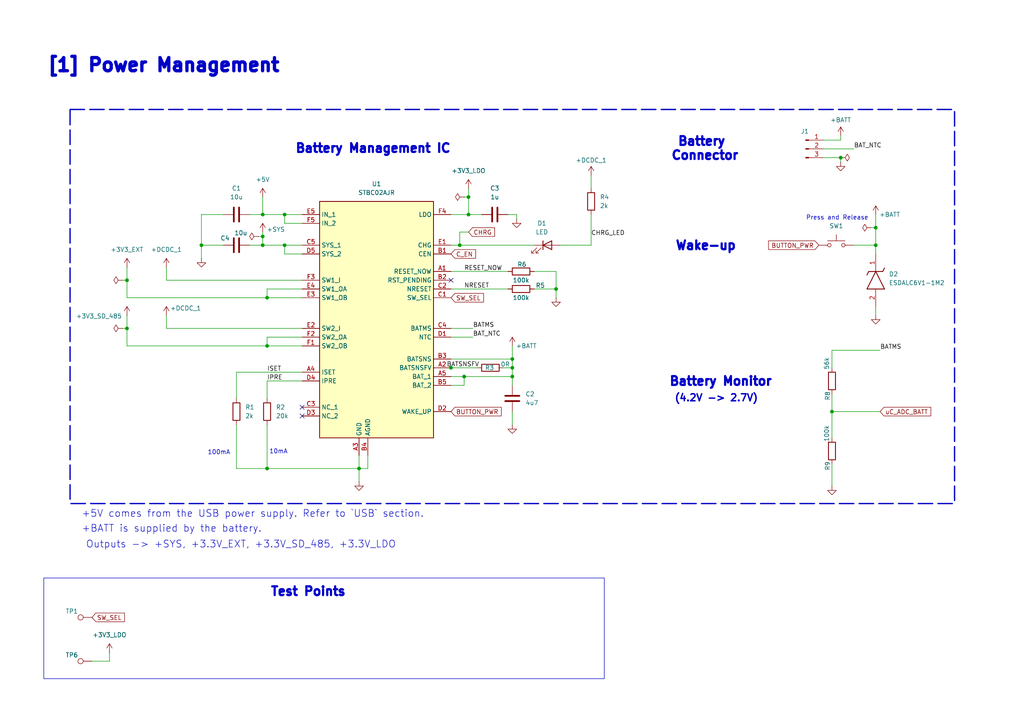
<source format=kicad_sch>
(kicad_sch (version 20231120) (generator "eeschema") (generator_version "8.0")
  (paper "A4")
  (title_block (title "Energy Monitoring System") (date "2024-08-23") (rev "v1.0.0"))
  (lib_symbols
    (symbol "AMS-CM:ESDALC6V1-1M2" (pin_names hide)
      (property "Reference" "D" (at 2.54 8.89 0))
      (property "Value" "ESDALC6V1-1M2" (at 2.54 6.35 0))
      (symbol "ESDALC6V1-1M2_1_1"
        (polyline (pts (xy -3.556 2.54) (xy -2.54 2.032)) (stroke (width 0.254)))
        (polyline (pts (xy -2.54 -2.032) (xy -2.54 2.032)) (stroke (width 0.254)))
        (polyline (pts (xy -2.54 -2.032) (xy -1.524 -2.54)) (stroke (width 0.254)))
        (polyline (pts (xy -2.54 0) (xy 2.54 2.54)) (stroke (width 0.254)))
        (polyline (pts (xy 2.54 -2.54) (xy -2.54 0)) (stroke (width 0.254)))
        (polyline (pts (xy 2.54 -2.54) (xy 2.54 2.54)) (stroke (width 0.254)))
        (pin passive line (at -7.62 0 0) (length 5.08) (name "K") (number "1"))
        (pin passive line (at 7.62 0 180) (length 5.08) (name "A") (number "2"))
      )
    )
    (symbol "Connector:Conn_01x03_Pin" (pin_names (offset 1.016) hide)
      (property "Reference" "J" (at 0 5.08 0))
      (property "Value" "Conn_01x03_Pin" (at 0 -5.08 0))
      (symbol "Conn_01x03_Pin_1_1"
        (polyline (pts (xy 1.27 -2.54) (xy 0.8636 -2.54)) (stroke (width 0.1524)))
        (polyline (pts (xy 1.27 0) (xy 0.8636 0)) (stroke (width 0.1524)))
        (polyline (pts (xy 1.27 2.54) (xy 0.8636 2.54)) (stroke (width 0.1524)))
        (rectangle (start 0.8636 -2.413) (end 0 -2.667) (stroke (width 0.1524)) (fill (type outline)))
        (rectangle (start 0.8636 0.127) (end 0 -0.127) (stroke (width 0.1524)) (fill (type outline)))
        (rectangle (start 0.8636 2.667) (end 0 2.413) (stroke (width 0.1524)) (fill (type outline)))
        (pin passive line (at 5.08 2.54 180) (length 3.81) (name "Pin_1") (number "1"))
        (pin passive line (at 5.08 0 180) (length 3.81) (name "Pin_2") (number "2"))
        (pin passive line (at 5.08 -2.54 180) (length 3.81) (name "Pin_3") (number "3"))
      )
    )
    (symbol "Connector:TestPoint" (pin_numbers hide) (pin_names (offset 0.762) hide)
      (property "Reference" "TP" (at 0 6.858 0))
      (property "Value" "TestPoint" (at 0 5.08 0))
      (symbol "TestPoint_0_1"
        (circle (center 0 3.302) (radius 0.762))
      )
      (symbol "TestPoint_1_1"
        (pin passive line (at 0 0 90) (length 2.54) (name "1") (number "1"))
      )
    )
    (symbol "Device:C" (pin_numbers hide) (pin_names (offset 0.254))
      (property "Reference" "C" (at 0.635 2.54 0))
      (property "Value" "C" (at 0.635 -2.54 0))
      (symbol "C_0_1"
        (polyline (pts (xy -2.032 -0.762) (xy 2.032 -0.762)) (stroke (width 0.508)))
        (polyline (pts (xy -2.032 0.762) (xy 2.032 0.762)) (stroke (width 0.508)))
      )
      (symbol "C_1_1"
        (pin passive line (at 0 3.81 270) (length 2.794) (name "~") (number "1"))
        (pin passive line (at 0 -3.81 90) (length 2.794) (name "~") (number "2"))
      )
    )
    (symbol "Device:LED" (pin_numbers hide) (pin_names (offset 1.016) hide)
      (property "Reference" "D" (at 0 2.54 0))
      (property "Value" "LED" (at 0 -2.54 0))
      (symbol "LED_0_1"
        (polyline (pts (xy -1.27 -1.27) (xy -1.27 1.27)) (stroke (width 0.254)))
        (polyline (pts (xy -1.27 0) (xy 1.27 0)))
        (polyline (pts (xy 1.27 -1.27) (xy 1.27 1.27) (xy -1.27 0) (xy 1.27 -1.27)) (stroke (width 0.254)))
        (polyline (pts (xy -3.048 -0.762) (xy -4.572 -2.286) (xy -3.81 -2.286) (xy -4.572 -2.286) (xy -4.572 -1.524)))
        (polyline (pts (xy -1.778 -0.762) (xy -3.302 -2.286) (xy -2.54 -2.286) (xy -3.302 -2.286) (xy -3.302 -1.524)))
      )
      (symbol "LED_1_1"
        (pin passive line (at -3.81 0 0) (length 2.54) (name "K") (number "1"))
        (pin passive line (at 3.81 0 180) (length 2.54) (name "A") (number "2"))
      )
    )
    (symbol "Device:R" (pin_numbers hide) (pin_names (offset 0))
      (property "Reference" "R" (at 2.032 0 90))
      (property "Value" "R" (at 0 0 90))
      (symbol "R_0_1"
        (rectangle (start -1.016 -2.54) (end 1.016 2.54) (stroke (width 0.254)))
      )
      (symbol "R_1_1"
        (pin passive line (at 0 3.81 270) (length 1.27) (name "~") (number "1"))
        (pin passive line (at 0 -3.81 90) (length 1.27) (name "~") (number "2"))
      )
    )
    (symbol "EMS:+3V3_EXT" (power) (pin_numbers hide) (pin_names (offset 0) hide) (in_bom no) (on_board no)
      (property "Value" "+3V3_EXT" (at -0.762 3.556 0))
      (symbol "+3V3_EXT_0_1"
        (polyline (pts (xy 0 2.54) (xy 0.762 1.27)))
        (polyline (pts (xy 0 0) (xy 0 2.54) (xy -0.762 1.27)))
      )
      (symbol "+3V3_EXT_1_1"
        (pin power_in line (at 0 0 90) (length 0) (name "~") (number "1"))
      )
    )
    (symbol "EMS:+3V3_LDO" (power) (pin_numbers hide) (pin_names (offset 0) hide) (in_bom no) (on_board no)
      (property "Value" "+3V3_LDO" (at 0 3.556 0))
      (symbol "+3V3_LDO_0_1"
        (polyline (pts (xy 0 2.54) (xy 0.762 1.27)))
        (polyline (pts (xy 0 0) (xy 0 2.54) (xy -0.762 1.27)))
      )
      (symbol "+3V3_LDO_1_1"
        (pin power_in line (at 0 0 90) (length 0) (name "~") (number "1"))
      )
    )
    (symbol "EMS:+3V3_SD_485" (power) (pin_numbers hide) (pin_names (offset 0) hide) (in_bom no) (on_board no)
      (property "Value" "+3V3_SD_485" (at 0.254 3.556 0))
      (symbol "+3V3_SD_485_0_1"
        (polyline (pts (xy 0 2.54) (xy 0.762 1.27)))
        (polyline (pts (xy 0 0) (xy 0 2.54) (xy -0.762 1.27)))
      )
      (symbol "+3V3_SD_485_1_1"
        (pin power_in line (at 0 0 90) (length 0) (name "~") (number "1"))
      )
    )
    (symbol "EMS:+DCDC_1" (power) (pin_numbers hide) (pin_names (offset 0) hide) (in_bom no) (on_board no)
      (property "Value" "+DCDC_1" (at -0.254 3.556 0))
      (symbol "+DCDC_1_0_1"
        (polyline (pts (xy 0 2.54) (xy 0.762 1.27)))
        (polyline (pts (xy 0 0) (xy 0 2.54) (xy -0.762 1.27)))
      )
      (symbol "+DCDC_1_1_1"
        (pin power_in line (at 0 0 90) (length 0) (name "~") (number "1"))
      )
    )
    (symbol "EMS:+SYS" (power) (pin_numbers hide) (pin_names (offset 0) hide) (in_bom no) (on_board no)
      (property "Value" "+SYS" (at -0.254 3.302 0))
      (symbol "+SYS_0_1"
        (polyline (pts (xy 0 0) (xy 0 2.54)))
        (polyline (pts (xy 0 2.54) (xy -0.762 1.27)))
        (polyline (pts (xy 0 2.54) (xy 0.762 1.27)))
      )
      (symbol "+SYS_1_1"
        (pin power_in line (at 0 0 90) (length 0) (name "~") (number "1"))
      )
    )
    (symbol "EMS:STBC02AJR"
      (property "Reference" "U" (at 15.494 36.83 0))
      (property "Value" "STBC02AJR" (at 8.89 -35.052 0))
      (symbol "STBC02AJR_1_1"
        (rectangle (start -15.24 34.29) (end 17.78 -34.29) (stroke (width 0.254)) (fill (type background)))
        (pin passive line (at 22.86 13.97 180) (length 5.08) (name "RESET_NOW") (number "A1"))
        (pin passive line (at 22.86 -13.97 180) (length 5.08) (name "BATSNSFV") (number "A2"))
        (pin passive line (at -3.81 -39.37 90) (length 5.08) (name "GND") (number "A3"))
        (pin passive line (at -20.32 -15.24 0) (length 5.08) (name "ISET") (number "A4"))
        (pin passive line (at 22.86 -16.51 180) (length 5.08) (name "BAT_1") (number "A5"))
        (pin passive line (at 22.86 19.05 180) (length 5.08) (name "CEN") (number "B1"))
        (pin passive line (at 22.86 11.43 180) (length 5.08) (name "RST_PENDING") (number "B2"))
        (pin passive line (at 22.86 -11.43 180) (length 5.08) (name "BATSNS") (number "B3"))
        (pin passive line (at -1.27 -39.37 90) (length 5.08) (name "AGND") (number "B4"))
        (pin passive line (at 22.86 -19.05 180) (length 5.08) (name "BAT_2") (number "B5"))
        (pin passive line (at 22.86 6.35 180) (length 5.08) (name "SW_SEL") (number "C1"))
        (pin passive line (at 22.86 8.89 180) (length 5.08) (name "NRESET") (number "C2"))
        (pin passive line (at -20.32 -25.4 0) (length 5.08) (name "NC_1") (number "C3"))
        (pin passive line (at 22.86 -2.54 180) (length 5.08) (name "BATMS") (number "C4"))
        (pin passive line (at -20.32 21.59 0) (length 5.08) (name "SYS_1") (number "C5"))
        (pin passive line (at 22.86 -5.08 180) (length 5.08) (name "NTC") (number "D1"))
        (pin passive line (at 22.86 -26.67 180) (length 5.08) (name "WAKE_UP") (number "D2"))
        (pin passive line (at -20.32 -27.94 0) (length 5.08) (name "NC_2") (number "D3"))
        (pin passive line (at -20.32 -17.78 0) (length 5.08) (name "IPRE") (number "D4"))
        (pin passive line (at -20.32 19.05 0) (length 5.08) (name "SYS_2") (number "D5"))
        (pin passive line (at 22.86 21.59 180) (length 5.08) (name "CHG") (number "E1"))
        (pin passive line (at -20.32 -2.54 0) (length 5.08) (name "SW2_I") (number "E2"))
        (pin passive line (at -20.32 6.35 0) (length 5.08) (name "SW1_OB") (number "E3"))
        (pin passive line (at -20.32 8.89 0) (length 5.08) (name "SW1_OA") (number "E4"))
        (pin passive line (at -20.32 30.48 0) (length 5.08) (name "IN_1") (number "E5"))
        (pin passive line (at -20.32 -7.62 0) (length 5.08) (name "SW2_OB") (number "F1"))
        (pin passive line (at -20.32 -5.08 0) (length 5.08) (name "SW2_OA") (number "F2"))
        (pin passive line (at -20.32 11.43 0) (length 5.08) (name "SW1_I") (number "F3"))
        (pin passive line (at 22.86 30.48 180) (length 5.08) (name "LDO") (number "F4"))
        (pin passive line (at -20.32 27.94 0) (length 5.08) (name "IN_2") (number "F5"))
      )
    )
    (symbol "Switch:SW_Push" (pin_numbers hide) (pin_names (offset 1.016) hide)
      (property "Reference" "SW" (at 1.27 2.54 0))
      (property "Value" "SW_Push" (at 0 -1.524 0))
      (symbol "SW_Push_0_1"
        (circle (center -2.032 0) (radius 0.508))
        (polyline (pts (xy 0 1.27) (xy 0 3.048)))
        (polyline (pts (xy 2.54 1.27) (xy -2.54 1.27)))
        (circle (center 2.032 0) (radius 0.508))
        (pin passive line (at -5.08 0 0) (length 2.54) (name "1") (number "1"))
        (pin passive line (at 5.08 0 180) (length 2.54) (name "2") (number "2"))
      )
    )
    (symbol "power:+5V" (power) (pin_numbers hide) (pin_names (offset 0) hide)
      (property "Value" "+5V" (at 0 3.556 0))
      (symbol "+5V_0_1"
        (polyline (pts (xy -0.762 1.27) (xy 0 2.54)))
        (polyline (pts (xy 0 0) (xy 0 2.54)))
        (polyline (pts (xy 0 2.54) (xy 0.762 1.27)))
      )
      (symbol "+5V_1_1"
        (pin power_in line (at 0 0 90) (length 0) (name "~") (number "1"))
      )
    )
    (symbol "power:+BATT" (power) (pin_numbers hide) (pin_names (offset 0) hide)
      (property "Value" "+BATT" (at 0 3.556 0))
      (symbol "+BATT_0_1"
        (polyline (pts (xy -0.762 1.27) (xy 0 2.54)))
        (polyline (pts (xy 0 0) (xy 0 2.54)))
        (polyline (pts (xy 0 2.54) (xy 0.762 1.27)))
      )
      (symbol "+BATT_1_1"
        (pin power_in line (at 0 0 90) (length 0) (name "~") (number "1"))
      )
    )
    (symbol "power:GND" (power) (pin_numbers hide) (pin_names (offset 0) hide)
      (property "Value" "GND" (at 0 -3.81 0))
      (symbol "GND_0_1"
        (polyline (pts (xy 0 0) (xy 0 -1.27) (xy 1.27 -1.27) (xy 0 -2.54) (xy -1.27 -1.27) (xy 0 -1.27)))
      )
      (symbol "GND_1_1"
        (pin power_in line (at 0 0 270) (length 0) (name "~") (number "1"))
      )
    )
    (symbol "power:PWR_FLAG" (power) (pin_numbers hide) (pin_names (offset 0) hide)
      (property "Value" "PWR_FLAG" (at 0 3.81 0))
      (symbol "PWR_FLAG_0_0"
        (pin power_out line (at 0 0 90) (length 0) (name "~") (number "1"))
      )
      (symbol "PWR_FLAG_0_1"
        (polyline (pts (xy 0 0) (xy 0 1.27) (xy -1.016 1.905) (xy 0 2.54) (xy 1.016 1.905) (xy 0 1.27)))
      )
    )
  )
  (junction (at 135.89 57.15))
  (junction (at 104.14 135.89))
  (junction (at 36.83 81.28))
  (junction (at 130.81 106.68))
  (junction (at 148.59 104.14))
  (junction (at 134.62 109.22))
  (junction (at 254 71.12))
  (junction (at 76.2 62.23))
  (junction (at 148.59 109.22))
  (junction (at 161.29 83.82))
  (junction (at 133.35 71.12))
  (junction (at 76.2 71.12))
  (junction (at 77.47 100.33))
  (junction (at 77.47 86.36))
  (junction (at 135.89 62.23))
  (junction (at 241.3 119.38))
  (junction (at 36.83 95.25))
  (junction (at 58.42 71.12))
  (junction (at 76.2 68.58))
  (junction (at 82.55 71.12))
  (junction (at 77.47 135.89))
  (junction (at 148.59 106.68))
  (junction (at 82.55 62.23))
  (junction (at 254 66.04))
  (junction (at 243.84 45.72))
  (no_connect (at 130.81 81.28))
  (no_connect (at 87.63 118.11))
  (no_connect (at 87.63 120.65))
  (wire (pts (xy 130.81 71.12) (xy 133.35 71.12)))
  (wire (pts (xy 77.47 100.33) (xy 36.83 100.33)))
  (wire (pts (xy 31.75 191.77) (xy 31.75 189.23)))
  (wire (pts (xy 72.39 71.12) (xy 76.2 71.12)))
  (wire (pts (xy 254 71.12) (xy 254 73.66)))
  (wire (pts (xy 82.55 73.66) (xy 82.55 71.12)))
  (wire (pts (xy 130.81 97.79) (xy 137.16 97.79)))
  (wire (pts (xy 130.81 104.14) (xy 148.59 104.14)))
  (wire (pts (xy 130.81 78.74) (xy 147.32 78.74)))
  (wire (pts (xy 87.63 110.49) (xy 77.47 110.49)))
  (wire (pts (xy 146.05 106.68) (xy 148.59 106.68)))
  (wire (pts (xy 87.63 107.95) (xy 68.58 107.95)))
  (wire (pts (xy 154.94 78.74) (xy 161.29 78.74)))
  (wire (pts (xy 171.45 50.8) (xy 171.45 54.61)))
  (wire (pts (xy 72.39 62.23) (xy 76.2 62.23)))
  (wire (pts (xy 139.7 62.23) (xy 135.89 62.23)))
  (wire (pts (xy 241.3 119.38) (xy 255.27 119.38)))
  (wire (pts (xy 135.89 54.61) (xy 135.89 57.15)))
  (wire (pts (xy 87.63 100.33) (xy 77.47 100.33)))
  (wire (pts (xy 254 88.9) (xy 254 91.44)))
  (wire (pts (xy 133.35 71.12) (xy 154.94 71.12)))
  (wire (pts (xy 87.63 71.12) (xy 82.55 71.12)))
  (wire (pts (xy 135.89 57.15) (xy 135.89 62.23)))
  (wire (pts (xy 87.63 95.25) (xy 48.26 95.25)))
  (wire (pts (xy 68.58 107.95) (xy 68.58 115.57)))
  (wire (pts (xy 147.32 62.23) (xy 149.86 62.23)))
  (wire (pts (xy 26.67 191.77) (xy 31.75 191.77)))
  (wire (pts (xy 58.42 62.23) (xy 58.42 71.12)))
  (wire (pts (xy 82.55 62.23) (xy 87.63 62.23)))
  (wire (pts (xy 171.45 62.23) (xy 171.45 71.12)))
  (wire (pts (xy 35.56 95.25) (xy 36.83 95.25)))
  (wire (pts (xy 48.26 81.28) (xy 87.63 81.28)))
  (wire (pts (xy 134.62 111.76) (xy 134.62 109.22)))
  (wire (pts (xy 254 71.12) (xy 254 66.04)))
  (wire (pts (xy 238.76 45.72) (xy 243.84 45.72)))
  (wire (pts (xy 106.68 135.89) (xy 104.14 135.89)))
  (wire (pts (xy 87.63 86.36) (xy 77.47 86.36)))
  (wire (pts (xy 243.84 45.72) (xy 243.84 46.99)))
  (wire (pts (xy 247.65 71.12) (xy 254 71.12)))
  (wire (pts (xy 104.14 132.08) (xy 104.14 135.89)))
  (wire (pts (xy 76.2 57.15) (xy 76.2 62.23)))
  (wire (pts (xy 77.47 135.89) (xy 104.14 135.89)))
  (wire (pts (xy 135.89 67.31) (xy 133.35 67.31)))
  (wire (pts (xy 87.63 64.77) (xy 82.55 64.77)))
  (wire (pts (xy 238.76 43.18) (xy 247.65 43.18)))
  (wire (pts (xy 148.59 104.14) (xy 148.59 106.68)))
  (wire (pts (xy 106.68 132.08) (xy 106.68 135.89)))
  (wire (pts (xy 82.55 64.77) (xy 82.55 62.23)))
  (wire (pts (xy 130.81 95.25) (xy 137.16 95.25)))
  (wire (pts (xy 148.59 106.68) (xy 148.59 109.22)))
  (wire (pts (xy 87.63 83.82) (xy 77.47 83.82)))
  (wire (pts (xy 255.27 101.6) (xy 241.3 101.6)))
  (wire (pts (xy 36.83 81.28) (xy 36.83 77.47)))
  (wire (pts (xy 48.26 95.25) (xy 48.26 91.44)))
  (wire (pts (xy 148.59 109.22) (xy 148.59 111.76)))
  (wire (pts (xy 161.29 83.82) (xy 161.29 86.36)))
  (wire (pts (xy 87.63 73.66) (xy 82.55 73.66)))
  (wire (pts (xy 241.3 101.6) (xy 241.3 106.68)))
  (wire (pts (xy 77.47 123.19) (xy 77.47 135.89)))
  (wire (pts (xy 129.54 106.68) (xy 130.81 106.68)))
  (wire (pts (xy 243.84 40.64) (xy 243.84 39.37)))
  (wire (pts (xy 35.56 81.28) (xy 36.83 81.28)))
  (wire (pts (xy 149.86 62.23) (xy 149.86 63.5)))
  (wire (pts (xy 77.47 110.49) (xy 77.47 115.57)))
  (wire (pts (xy 133.35 67.31) (xy 133.35 71.12)))
  (wire (pts (xy 48.26 81.28) (xy 48.26 77.47)))
  (wire (pts (xy 104.14 135.89) (xy 104.14 139.7)))
  (wire (pts (xy 154.94 83.82) (xy 161.29 83.82)))
  (wire (pts (xy 76.2 68.58) (xy 76.2 67.31)))
  (wire (pts (xy 77.47 97.79) (xy 77.47 100.33)))
  (wire (pts (xy 161.29 78.74) (xy 161.29 83.82)))
  (wire (pts (xy 134.62 57.15) (xy 135.89 57.15)))
  (wire (pts (xy 36.83 86.36) (xy 36.83 81.28)))
  (wire (pts (xy 36.83 100.33) (xy 36.83 95.25)))
  (wire (pts (xy 148.59 119.38) (xy 148.59 123.19)))
  (wire (pts (xy 241.3 114.3) (xy 241.3 119.38)))
  (wire (pts (xy 64.77 62.23) (xy 58.42 62.23)))
  (wire (pts (xy 82.55 71.12) (xy 76.2 71.12)))
  (wire (pts (xy 238.76 40.64) (xy 243.84 40.64)))
  (wire (pts (xy 130.81 83.82) (xy 147.32 83.82)))
  (wire (pts (xy 134.62 109.22) (xy 148.59 109.22)))
  (wire (pts (xy 87.63 97.79) (xy 77.47 97.79)))
  (wire (pts (xy 241.3 134.62) (xy 241.3 140.97)))
  (wire (pts (xy 68.58 135.89) (xy 77.47 135.89)))
  (wire (pts (xy 76.2 71.12) (xy 76.2 68.58)))
  (wire (pts (xy 77.47 86.36) (xy 36.83 86.36)))
  (wire (pts (xy 241.3 119.38) (xy 241.3 127)))
  (wire (pts (xy 64.77 71.12) (xy 58.42 71.12)))
  (wire (pts (xy 130.81 62.23) (xy 135.89 62.23)))
  (wire (pts (xy 74.93 68.58) (xy 76.2 68.58)))
  (wire (pts (xy 130.81 109.22) (xy 134.62 109.22)))
  (wire (pts (xy 36.83 95.25) (xy 36.83 91.44)))
  (wire (pts (xy 252.73 66.04) (xy 254 66.04)))
  (wire (pts (xy 58.42 71.12) (xy 58.42 74.93)))
  (wire (pts (xy 130.81 111.76) (xy 134.62 111.76)))
  (wire (pts (xy 68.58 123.19) (xy 68.58 135.89)))
  (wire (pts (xy 77.47 83.82) (xy 77.47 86.36)))
  (wire (pts (xy 162.56 71.12) (xy 171.45 71.12)))
  (wire (pts (xy 254 66.04) (xy 254 62.23)))
  (wire (pts (xy 76.2 62.23) (xy 82.55 62.23)))
  (wire (pts (xy 148.59 100.33) (xy 148.59 104.14)))
  (wire (pts (xy 130.81 106.68) (xy 138.43 106.68)))
  (rectangle (start 20.32 31.75) (end 276.86 146.05) (stroke (width 0.381) (type dash)))
  (rectangle (start 12.7 167.64) (end 175.26 196.85))
  (text "Wake-up" (at 204.724 71.374 0) (effects (font (size 2.54 2.54) (thickness 0.762) (bold yes))))
  (text "10mA\n" (at 80.772 131.064 0) (effects (font (size 1.27 1.27))))
  (text "[1] Power Management\n" (at 47.498 19.05 0) (effects (font (size 3.81 3.81) (thickness 1.016) (bold yes))))
  (text "+BATT is supplied by the battery." (at 23.622 153.416 0) (effects (font (size 2.032 2.032)) (justify left)))
  (text "Battery Management IC" (at 108.204 43.18 0) (effects (font (size 2.54 2.54) (thickness 0.762) (bold yes))))
  (text "(4.2V -> 2.7V)" (at 207.772 115.57 0) (effects (font (size 2.032 2.032) (thickness 0.4064) (bold yes))))
  (text "Press and Release" (at 242.824 63.246 0) (effects (font (size 1.27 1.27))))
  (text "Outputs -> +SYS, +3.3V_EXT, +3.3V_SD_485, +3.3V_LDO" (at 24.892 157.988 0) (effects (font (size 2.032 2.032)) (justify left)))
  (text "100mA" (at 63.5 131.318 0) (effects (font (size 1.27 1.27))))
  (text "Battery Monitor" (at 209.042 110.744 0) (effects (font (size 2.54 2.54) (thickness 0.762) (bold yes))))
  (text "Test Points" (at 89.408 171.704 0) (effects (font (size 2.54 2.54) (thickness 0.762) (bold yes))))
  (text "+5V comes from the USB power supply. Refer to `USB` section." (at 23.622 149.098 0) (effects (font (size 2.032 2.032)) (justify left)))
  (text "Battery \nConnector" (at 204.47 43.18 0) (effects (font (size 2.54 2.54) (thickness 0.762) (bold yes))))
  (label "IPRE" (at 77.47 110.49 0))
  (label "BAT_NTC" (at 137.16 97.79 0))
  (label "ISET" (at 77.47 107.95 0))
  (label "BAT_NTC" (at 247.65 43.18 0))
  (label "BATSNSFV" (at 129.54 106.68 0))
  (label "BATMS" (at 255.27 101.6 0))
  (label "CHRG_LED" (at 171.45 68.58 0))
  (label "BATMS" (at 137.16 95.25 0))
  (label "NRESET" (at 134.62 83.82 0))
  (label "RESET_NOW" (at 134.62 78.74 0))
  (global_label "CHRG" (shape input) (at 135.89 67.31 0) (property "Intersheetrefs" "${INTERSHEET_REFS}" (effects (hide yes))))
  (global_label "BUTTON_PWR" (shape input) (at 130.81 119.38 0) (property "Intersheetrefs" "${INTERSHEET_REFS}" (effects (hide yes))))
  (global_label "C_EN" (shape input) (at 130.81 73.66 0) (property "Intersheetrefs" "${INTERSHEET_REFS}" (effects (hide yes))))
  (global_label "SW_SEL" (shape input) (at 26.67 179.07 0) (property "Intersheetrefs" "${INTERSHEET_REFS}" (effects (hide yes))))
  (global_label "SW_SEL" (shape input) (at 130.81 86.36 0) (property "Intersheetrefs" "${INTERSHEET_REFS}" (effects (hide yes))))
  (global_label "BUTTON_PWR" (shape input) (at 237.49 71.12 180) (property "Intersheetrefs" "${INTERSHEET_REFS}" (effects (hide yes))))
  (global_label "uC_ADC_BATT" (shape input) (at 255.27 119.38 0) (property "Intersheetrefs" "${INTERSHEET_REFS}" (effects (hide yes))))
  (symbol (lib_id "EMS:+3V3_LDO") (at 31.75 189.23 0) (unit 1) (in_bom no) (on_board no)
    (property "Reference" "#PWR063" (effects (hide yes)))
    (property "Value" "+3V3_LDO" (at 31.75 184.15 0))
    (property "Description" "Power symbol for \"+3V3_LDO\"" (effects (hide yes)))
    (instances (project "AcousticMonitoringSystem" (path "" (reference "#PWR063") (unit 1))) (project "" (path "" (reference "#PWR0220") (unit 1))))
  )
  (symbol (lib_id "EMS:+3V3_EXT") (at 36.83 77.47 0) (unit 1) (in_bom no) (on_board no)
    (property "Reference" "#PWR010" (effects (hide yes)))
    (property "Value" "+3V3_EXT" (at 36.83 72.39 0))
    (property "Description" "Power symbol for \"+3V3_EXT\"" (effects (hide yes)))
    (instances (project "" (path "" (reference "#PWR010") (unit 1))) (project "" (path "" (reference "#PWR0210") (unit 1))))
  )
  (symbol (lib_id "Switch:SW_Push") (at 242.57 71.12 0) (unit 1)
    (property "Reference" "SW1" (at 242.57 65.532 0))
    (property "Value" "SW_Push" (effects (hide yes)))
    (property "Footprint" "Button_Switch_SMD:SW_SPST_CK_RS282G05A3" (effects (hide yes)))
    (property "Description" "Push button switch, generic, two pins" (effects (hide yes)))
    (instances (project "" (path "" (reference "SW1") (unit 1))) (project "" (path "" (reference "SW201") (unit 1))))
  )
  (symbol (lib_id "power:+BATT") (at 243.84 39.37 0) (unit 1)
    (property "Reference" "#PWR015" (effects (hide yes)))
    (property "Value" "+BATT" (at 243.84 34.798 0))
    (property "Description" "Power symbol creates a global label with name \"+BATT\"" (effects (hide yes)))
    (instances (project "AcousticMonitoringSystem" (path "" (reference "#PWR015") (unit 1))) (project "" (path "" (reference "#PWR0201") (unit 1))))
  )
  (symbol (lib_id "Device:C") (at 143.51 62.23 90) (unit 1)
    (property "Reference" "C3" (at 143.51 54.61 90))
    (property "Value" "1u" (at 143.51 57.15 90))
    (property "Footprint" "Capacitor_SMD:C_0603_1608Metric" (effects (hide yes)))
    (property "Description" "Unpolarized capacitor" (effects (hide yes)))
    (instances (project "AcousticMonitoringSystem" (path "" (reference "C3") (unit 1))) (project "" (path "" (reference "C202") (unit 1))))
  )
  (symbol (lib_id "power:GND") (at 104.14 139.7 0) (unit 1)
    (property "Reference" "#PWR03" (effects (hide yes)))
    (property "Value" "GND" (effects (hide yes)))
    (property "Description" "Power symbol creates a global label with name \"GND\" , ground" (effects (hide yes)))
    (instances (project "AcousticMonitoringSystem" (path "" (reference "#PWR03") (unit 1))) (project "" (path "" (reference "#PWR0218") (unit 1))))
  )
  (symbol (lib_id "power:PWR_FLAG") (at 35.56 81.28 90) (unit 1)
    (property "Reference" "#FLG04" (effects (hide yes)))
    (property "Value" "PWR_FLAG" (effects (hide yes)))
    (property "Description" "Special symbol for telling ERC where power comes from" (effects (hide yes)))
    (instances (project "AcousticMonitoringSystem" (path "" (reference "#FLG04") (unit 1))) (project "" (path "" (reference "#FLG0205") (unit 1))))
  )
  (symbol (lib_id "power:PWR_FLAG") (at 134.62 57.15 90) (unit 1)
    (property "Reference" "#FLG06" (effects (hide yes)))
    (property "Value" "PWR_FLAG" (effects (hide yes)))
    (property "Description" "Special symbol for telling ERC where power comes from" (effects (hide yes)))
    (instances (project "AcousticMonitoringSystem" (path "" (reference "#FLG06") (unit 1))) (project "" (path "" (reference "#FLG0202") (unit 1))))
  )
  (symbol (lib_id "power:+BATT") (at 148.59 100.33 0) (unit 1)
    (property "Reference" "#PWR05" (effects (hide yes)))
    (property "Value" "+BATT" (at 152.654 100.33 0))
    (property "Description" "Power symbol creates a global label with name \"+BATT\"" (effects (hide yes)))
    (instances (project "" (path "" (reference "#PWR05") (unit 1))) (project "" (path "" (reference "#PWR0216") (unit 1))))
  )
  (symbol (lib_id "power:GND") (at 241.3 140.97 0) (unit 1)
    (property "Reference" "#PWR019" (effects (hide yes)))
    (property "Value" "GND" (effects (hide yes)))
    (property "Description" "Power symbol creates a global label with name \"GND\" , ground" (effects (hide yes)))
    (instances (project "AcousticMonitoringSystem" (path "" (reference "#PWR019") (unit 1))) (project "" (path "" (reference "#PWR0219") (unit 1))))
  )
  (symbol (lib_id "power:GND") (at 149.86 63.5 0) (unit 1)
    (property "Reference" "#PWR0207" (effects (hide yes)))
    (property "Value" "GND" (effects (hide yes)))
    (property "Description" "Power symbol creates a global label with name \"GND\" , ground" (effects (hide yes)))
  )
  (symbol (lib_id "power:PWR_FLAG") (at 35.56 95.25 90) (unit 1)
    (property "Reference" "#FLG05" (effects (hide yes)))
    (property "Value" "PWR_FLAG" (effects (hide yes)))
    (property "Description" "Special symbol for telling ERC where power comes from" (effects (hide yes)))
    (instances (project "AcousticMonitoringSystem" (path "" (reference "#FLG05") (unit 1))) (project "" (path "" (reference "#FLG0206") (unit 1))))
  )
  (symbol (lib_id "power:GND") (at 161.29 86.36 0) (unit 1)
    (property "Reference" "#PWR014" (effects (hide yes)))
    (property "Value" "GND" (effects (hide yes)))
    (property "Description" "Power symbol creates a global label with name \"GND\" , ground" (effects (hide yes)))
    (instances (project "AcousticMonitoringSystem" (path "" (reference "#PWR014") (unit 1))) (project "" (path "" (reference "#PWR0212") (unit 1))))
  )
  (symbol (lib_id "EMS:+3V3_LDO") (at 135.89 54.61 0) (unit 1) (in_bom no) (on_board no)
    (property "Reference" "#PWR06" (effects (hide yes)))
    (property "Value" "+3V3_LDO" (at 135.89 49.53 0))
    (property "Description" "Power symbol for \"+3V3_LDO\"" (effects (hide yes)))
    (instances (project "" (path "" (reference "#PWR06") (unit 1))) (project "" (path "" (reference "#PWR0204") (unit 1))))
  )
  (symbol (lib_id "EMS:STBC02AJR") (at 107.95 92.71 0) (unit 1)
    (property "Reference" "U1" (at 109.22 53.34 0))
    (property "Value" "STBC02AJR" (at 109.22 55.88 0))
    (property "Footprint" "EMS:STBC02AJR-FlipChip-30" (effects (hide yes)))
    (property "Datasheet" "https://www.st.com/resource/en/datasheet/stbc02.pdf" (effects (hide yes)))
    (property "Description" "STMICROELECTRONICS - STBC02AJR - Battery Charger, 1 Cell Li-Ion, Li-Pol Battery, 5.4V in, 4.45V / 450 mA charge, Flip-Chip-30" (effects (hide yes)))
    (property "Height" "0.6" (effects (hide yes)))
    (property "Manufacturer_Name" "STMicroelectronics" (effects (hide yes)))
    (property "Manufacturer_Part_Number" "STBC02AJR" (effects (hide yes)))
    (property "Mouser Part Number" "511-STBC02AJR" (effects (hide yes)))
    (property "Mouser Price/Stock" "https://www.mouser.co.uk/ProductDetail/STMicroelectronics/STBC02AJR?qs=mKNKSX85ZJf29X8YgYQOTA%3D%3D" (effects (hide yes)))
    (property "Arrow Part Number" "STBC02AJR" (effects (hide yes)))
    (property "Arrow Price/Stock" "https://www.arrow.com/en/products/stbc02ajr/stmicroelectronics?region=nac" (effects (hide yes)))
    (instances (project "" (path "" (reference "U1") (unit 1))) (project "" (path "" (reference "U201") (unit 1))))
  )
  (symbol (lib_id "power:PWR_FLAG") (at 243.84 45.72 270) (unit 1)
    (property "Reference" "#FLG0201" (effects (hide yes)))
    (property "Value" "PWR_FLAG" (effects (hide yes)))
    (property "Description" "Special symbol for telling ERC where power comes from" (effects (hide yes)))
  )
  (symbol (lib_id "power:+BATT") (at 254 62.23 0) (unit 1)
    (property "Reference" "#PWR017" (effects (hide yes)))
    (property "Value" "+BATT" (at 258.064 62.23 0))
    (property "Description" "Power symbol creates a global label with name \"+BATT\"" (effects (hide yes)))
    (instances (project "AcousticMonitoringSystem" (path "" (reference "#PWR017") (unit 1))) (project "" (path "" (reference "#PWR0206") (unit 1))))
  )
  (symbol (lib_id "power:GND") (at 58.42 74.93 0) (unit 1)
    (property "Reference" "#PWR02" (effects (hide yes)))
    (property "Value" "GND" (effects (hide yes)))
    (property "Description" "Power symbol creates a global label with name \"GND\" , ground" (effects (hide yes)))
    (instances (project "AcousticMonitoringSystem" (path "" (reference "#PWR02") (unit 1))) (project "" (path "" (reference "#PWR0209") (unit 1))))
  )
  (symbol (lib_id "Device:R") (at 142.24 106.68 90) (unit 1)
    (property "Reference" "R3" (at 141.986 106.68 90))
    (property "Value" "0R" (at 146.558 105.664 90))
    (property "Footprint" "Resistor_SMD:R_0603_1608Metric" (effects (hide yes)))
    (property "Description" "Resistor" (effects (hide yes)))
    (instances (project "AcousticMonitoringSystem" (path "" (reference "R3") (unit 1))) (project "" (path "" (reference "R204") (unit 1))))
  )
  (symbol (lib_id "Device:R") (at 151.13 83.82 90) (unit 1)
    (property "Reference" "R5" (at 156.718 82.804 90))
    (property "Value" "100k" (at 151.13 86.36 90))
    (property "Footprint" "Resistor_SMD:R_0603_1608Metric" (effects (hide yes)))
    (property "Description" "Resistor" (effects (hide yes)))
    (instances (project "AcousticMonitoringSystem" (path "" (reference "R5") (unit 1))) (project "" (path "" (reference "R203") (unit 1))))
  )
  (symbol (lib_id "EMS:+3V3_SD_485") (at 36.83 91.44 0) (unit 1) (in_bom no) (on_board no)
    (property "Reference" "#PWR012" (effects (hide yes)))
    (property "Value" "+3V3_SD_485" (at 28.702 91.694 0))
    (property "Description" "Power symbol for \"+3V3_SD_485\"" (effects (hide yes)))
    (instances (project "" (path "" (reference "#PWR012") (unit 1))) (project "" (path "" (reference "#PWR0213") (unit 1))))
  )
  (symbol (lib_id "Device:R") (at 77.47 119.38 0) (unit 1)
    (property "Reference" "R2" (at 80.01 118.1099 0) (effects (justify left)))
    (property "Value" "20k" (at 80.01 120.6499 0) (effects (justify left)))
    (property "Footprint" "Resistor_SMD:R_0603_1608Metric" (effects (hide yes)))
    (property "Description" "Resistor" (effects (hide yes)))
    (instances (project "AcousticMonitoringSystem" (path "" (reference "R2") (unit 1))) (project "" (path "" (reference "R207") (unit 1))))
  )
  (symbol (lib_id "EMS:+SYS") (at 76.2 67.31 0) (unit 1) (in_bom no) (on_board no)
    (property "Reference" "#PWR0103" (effects (hide yes)))
    (property "Value" "+SYS" (at 80.01 66.548 0))
    (property "Description" "Power symbol for \"+SYSV\"" (effects (hide yes)))
    (instances (project "" (path "" (reference "#PWR0103") (unit 1))) (project "" (path "" (reference "#PWR0208") (unit 1))))
  )
  (symbol (lib_id "power:GND") (at 148.59 123.19 0) (unit 1)
    (property "Reference" "#PWR04" (effects (hide yes)))
    (property "Value" "GND" (effects (hide yes)))
    (property "Description" "Power symbol creates a global label with name \"GND\" , ground" (effects (hide yes)))
    (instances (project "" (path "" (reference "#PWR04") (unit 1))) (project "" (path "" (reference "#PWR0217") (unit 1))))
  )
  (symbol (lib_id "Device:R") (at 151.13 78.74 90) (unit 1)
    (property "Reference" "R6" (at 151.384 76.708 90))
    (property "Value" "100k" (at 151.13 81.28 90))
    (property "Footprint" "Resistor_SMD:R_0603_1608Metric" (effects (hide yes)))
    (property "Description" "Resistor" (effects (hide yes)))
    (instances (project "AcousticMonitoringSystem" (path "" (reference "R6") (unit 1))) (project "" (path "" (reference "R202") (unit 1))))
  )
  (symbol (lib_id "Device:LED") (at 158.75 71.12 0) (unit 1)
    (property "Reference" "D1" (at 157.1625 64.77 0))
    (property "Value" "LED" (at 157.1625 67.31 0))
    (property "Footprint" "LED_SMD:LED_0402_1005Metric" (effects (hide yes)))
    (property "Description" "Light emitting diode" (effects (hide yes)))
    (property "Manufacturer_Name" "Vishay Semiconductors" (effects (hide yes)))
    (property "Manufacturer_Part_Number" "VLMS1500-GS08" (effects (hide yes)))
    (instances (project "" (path "" (reference "D1") (unit 1))) (project "" (path "" (reference "D201") (unit 1))))
  )
  (symbol (lib_id "Connector:TestPoint") (at 26.67 179.07 90) (unit 1)
    (property "Reference" "TP1" (at 20.828 177.292 90))
    (property "Value" "TestPoint" (effects (hide yes)))
    (property "Footprint" "TestPoint:TestPoint_Loop_D3.50mm_Drill1.4mm_Beaded" (effects (hide yes)))
    (property "Description" "test point" (effects (hide yes)))
    (instances (project "" (path "" (reference "TP1") (unit 1))) (project "" (path "" (reference "TP201") (unit 1))))
  )
  (symbol (lib_id "power:+5V") (at 76.2 57.15 0) (unit 1)
    (property "Reference" "#PWR01" (effects (hide yes)))
    (property "Value" "+5V" (at 76.2 52.07 0))
    (property "Description" "Power symbol creates a global label with name \"+5V\"" (effects (hide yes)))
    (instances (project "" (path "" (reference "#PWR01") (unit 1))) (project "" (path "" (reference "#PWR0205") (unit 1))))
  )
  (symbol (lib_id "Device:C") (at 148.59 115.57 180) (unit 1)
    (property "Reference" "C2" (at 152.4 114.2999 0) (effects (justify right)))
    (property "Value" "4u7" (at 152.4 116.8399 0) (effects (justify right)))
    (property "Footprint" "Capacitor_SMD:C_0603_1608Metric" (effects (hide yes)))
    (property "Description" "Unpolarized capacitor" (effects (hide yes)))
    (instances (project "AcousticMonitoringSystem" (path "" (reference "C2") (unit 1))) (project "" (path "" (reference "C204") (unit 1))))
  )
  (symbol (lib_id "power:GND") (at 254 91.44 0) (unit 1)
    (property "Reference" "#PWR018" (effects (hide yes)))
    (property "Value" "GND" (effects (hide yes)))
    (property "Description" "Power symbol creates a global label with name \"GND\" , ground" (effects (hide yes)))
    (instances (project "AcousticMonitoringSystem" (path "" (reference "#PWR018") (unit 1))) (project "" (path "" (reference "#PWR0215") (unit 1))))
  )
  (symbol (lib_id "Device:C") (at 68.58 62.23 90) (unit 1)
    (property "Reference" "C1" (at 68.58 54.61 90))
    (property "Value" "10u" (at 68.58 57.15 90))
    (property "Footprint" "Capacitor_SMD:C_0603_1608Metric" (effects (hide yes)))
    (property "Description" "Unpolarized capacitor" (effects (hide yes)))
    (instances (project "" (path "" (reference "C1") (unit 1))) (project "" (path "" (reference "C201") (unit 1))))
  )
  (symbol (lib_id "EMS:+DCDC_1") (at 48.26 91.44 0) (unit 1) (in_bom no) (on_board no)
    (property "Reference" "#PWR011" (effects (hide yes)))
    (property "Value" "+DCDC_1" (at 53.848 89.408 0))
    (property "Description" "Power supply \"+DCDC_1V\"" (effects (hide yes)))
    (instances (project "AcousticMonitoringSystem" (path "" (reference "#PWR011") (unit 1))) (project "" (path "" (reference "#PWR0214") (unit 1))))
  )
  (symbol (lib_id "power:PWR_FLAG") (at 74.93 68.58 90) (unit 1)
    (property "Reference" "#FLG011" (effects (hide yes)))
    (property "Value" "PWR_FLAG" (effects (hide yes)))
    (property "Description" "Special symbol for telling ERC where power comes from" (effects (hide yes)))
    (instances (project "AcousticMonitoringSystem" (path "" (reference "#FLG011") (unit 1))) (project "" (path "" (reference "#FLG0204") (unit 1))))
  )
  (symbol (lib_id "power:PWR_FLAG") (at 252.73 66.04 90) (unit 1)
    (property "Reference" "#FLG07" (effects (hide yes)))
    (property "Value" "PWR_FLAG" (effects (hide yes)))
    (property "Description" "Special symbol for telling ERC where power comes from" (effects (hide yes)))
    (instances (project "AcousticMonitoringSystem" (path "" (reference "#FLG07") (unit 1))) (project "" (path "" (reference "#FLG0203") (unit 1))))
  )
  (symbol (lib_id "power:GND") (at 243.84 46.99 0) (unit 1)
    (property "Reference" "#PWR016" (effects (hide yes)))
    (property "Value" "GND" (effects (hide yes)))
    (property "Description" "Power symbol creates a global label with name \"GND\" , ground" (effects (hide yes)))
    (instances (project "AcousticMonitoringSystem" (path "" (reference "#PWR016") (unit 1))) (project "" (path "" (reference "#PWR0202") (unit 1))))
  )
  (symbol (lib_id "Device:R") (at 241.3 110.49 180) (unit 1)
    (property "Reference" "R8" (at 240.03 114.808 90))
    (property "Value" "56k" (at 239.776 105.41 90))
    (property "Footprint" "Resistor_SMD:R_0603_1608Metric" (effects (hide yes)))
    (property "Description" "Resistor" (effects (hide yes)))
    (instances (project "AcousticMonitoringSystem" (path "" (reference "R8") (unit 1))) (project "" (path "" (reference "R205") (unit 1))))
  )
  (symbol (lib_id "EMS:+DCDC_1") (at 171.45 50.8 0) (unit 1) (in_bom no) (on_board no)
    (property "Reference" "#PWR08" (effects (hide yes)))
    (property "Value" "+DCDC_1" (at 171.45 46.482 0))
    (property "Description" "Power supply \"+DCDC_1V\"" (effects (hide yes)))
    (instances (project "AcousticMonitoringSystem" (path "" (reference "#PWR08") (unit 1))) (project "" (path "" (reference "#PWR0203") (unit 1))))
  )
  (symbol (lib_id "Device:R") (at 171.45 58.42 0) (unit 1)
    (property "Reference" "R4" (at 173.99 57.1499 0) (effects (justify left)))
    (property "Value" "2k" (at 173.99 59.6899 0) (effects (justify left)))
    (property "Footprint" "Resistor_SMD:R_0603_1608Metric" (effects (hide yes)))
    (property "Description" "Resistor" (effects (hide yes)))
    (instances (project "AcousticMonitoringSystem" (path "" (reference "R4") (unit 1))) (project "" (path "" (reference "R201") (unit 1))))
  )
  (symbol (lib_id "AMS-CM:ESDALC6V1-1M2") (at 254 81.28 270) (unit 1)
    (property "Reference" "D2" (at 257.81 79.5019 90) (effects (justify left)))
    (property "Value" "ESDALC6V1-1M2" (at 257.81 82.0419 90) (effects (justify left)))
    (property "Footprint" "EMS:ESDALC6V11M2" (effects (hide yes)))
    (property "Description" "ESD Suppressors / TVS Diodes Low cap TRANSIL" (effects (hide yes)))
    (property "Mouser Part Number" "511-ESDALC6V1-1M2" (effects (hide yes)))
    (property "Mouser Price/Stock" "https://www.mouser.co.uk/ProductDetail/STMicroelectronics/ESDALC6V1-1M2?qs=Cak7mXXNf1Vp5Y5FXrX40g%3D%3D" (effects (hide yes)))
    (property "Manufacturer_Name" "STMicroelectronics" (effects (hide yes)))
    (property "Manufacturer_Part_Number" "ESDALC6V1-1M2" (effects (hide yes)))
    (instances (project "" (path "" (reference "D2") (unit 1))) (project "" (path "" (reference "D202") (unit 1))))
  )
  (symbol (lib_id "Device:R") (at 68.58 119.38 0) (unit 1)
    (property "Reference" "R1" (at 71.12 118.1099 0) (effects (justify left)))
    (property "Value" "2k" (at 71.12 120.6499 0) (effects (justify left)))
    (property "Footprint" "Resistor_SMD:R_0603_1608Metric" (effects (hide yes)))
    (property "Description" "Resistor" (effects (hide yes)))
    (instances (project "" (path "" (reference "R1") (unit 1))) (project "" (path "" (reference "R206") (unit 1))))
  )
  (symbol (lib_id "Device:C") (at 68.58 71.12 90) (unit 1)
    (property "Reference" "C4" (at 65.278 69.088 90))
    (property "Value" "10u" (at 69.85 67.564 90))
    (property "Footprint" "Capacitor_SMD:C_0603_1608Metric" (effects (hide yes)))
    (property "Description" "Unpolarized capacitor" (effects (hide yes)))
    (instances (project "AcousticMonitoringSystem" (path "" (reference "C4") (unit 1))) (project "" (path "" (reference "C203") (unit 1))))
  )
  (symbol (lib_id "Connector:TestPoint") (at 26.67 191.77 90) (unit 1)
    (property "Reference" "TP6" (at 20.828 189.992 90))
    (property "Value" "TestPoint" (effects (hide yes)))
    (property "Footprint" "TestPoint:TestPoint_Loop_D3.50mm_Drill1.4mm_Beaded" (effects (hide yes)))
    (property "Description" "test point" (effects (hide yes)))
    (instances (project "AcousticMonitoringSystem" (path "" (reference "TP6") (unit 1))) (project "" (path "" (reference "TP202") (unit 1))))
  )
  (symbol (lib_id "Connector:Conn_01x03_Pin") (at 233.68 43.18 0) (unit 1)
    (property "Reference" "J1" (at 233.426 38.1 0))
    (property "Value" "Conn_01x03_Pin" (effects (hide yes)))
    (property "Footprint" "TerminalBlock_Phoenix:TerminalBlock_Phoenix_MKDS-1,5-3-5.08_1x03_P5.08mm_Horizontal" (effects (hide yes)))
    (property "Description" "Generic connector, single row, 01x03, script generated" (effects (hide yes)))
    (instances (project "" (path "" (reference "J1") (unit 1))) (project "" (path "" (reference "J201") (unit 1))))
  )
  (symbol (lib_id "Device:R") (at 241.3 130.81 180) (unit 1)
    (property "Reference" "R9" (at 240.03 135.128 90))
    (property "Value" "100k" (at 239.776 125.73 90))
    (property "Footprint" "Resistor_SMD:R_0603_1608Metric" (effects (hide yes)))
    (property "Description" "Resistor" (effects (hide yes)))
    (instances (project "AcousticMonitoringSystem" (path "" (reference "R9") (unit 1))) (project "" (path "" (reference "R208") (unit 1))))
  )
  (symbol (lib_id "EMS:+DCDC_1") (at 48.26 77.47 0) (unit 1) (in_bom no) (on_board no)
    (property "Reference" "#PWR09" (effects (hide yes)))
    (property "Value" "+DCDC_1" (at 48.26 72.39 0))
    (property "Description" "Power supply \"+DCDC_1V\"" (effects (hide yes)))
    (instances (project "" (path "" (reference "#PWR09") (unit 1))) (project "" (path "" (reference "#PWR0211") (unit 1))))
  )
)
</source>
